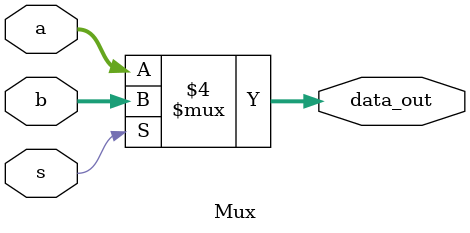
<source format=v>
`timescale 1ns / 1ps

module Mux
(
input [63:0] a,
input [63:0] b,
input s,
output reg [63:0] data_out
);

always @ (a, b, s)
begin
if (!s)
data_out = a;
else
data_out = b;
end
endmodule


</source>
